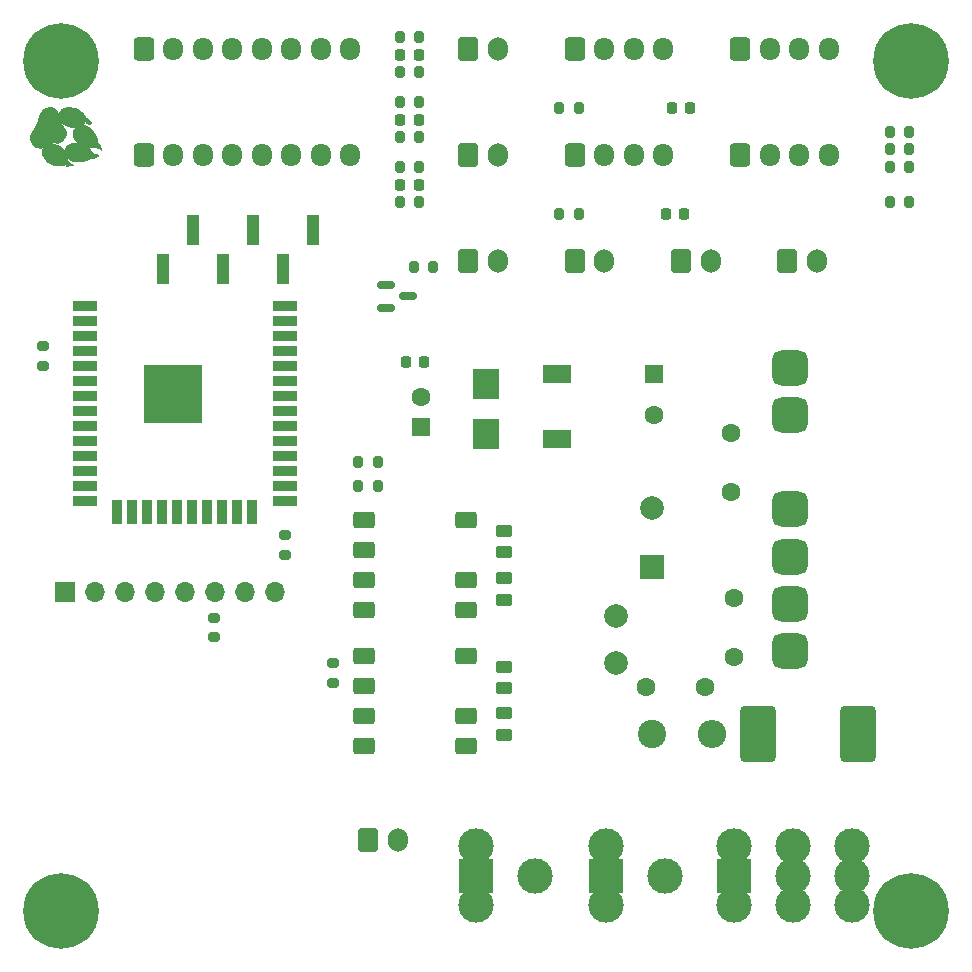
<source format=gbr>
%TF.GenerationSoftware,KiCad,Pcbnew,(6.0.9)*%
%TF.CreationDate,2023-06-24T22:02:27+12:00*%
%TF.ProjectId,lupa,6c757061-2e6b-4696-9361-645f70636258,rev?*%
%TF.SameCoordinates,Original*%
%TF.FileFunction,Soldermask,Top*%
%TF.FilePolarity,Negative*%
%FSLAX46Y46*%
G04 Gerber Fmt 4.6, Leading zero omitted, Abs format (unit mm)*
G04 Created by KiCad (PCBNEW (6.0.9)) date 2023-06-24 22:02:27*
%MOMM*%
%LPD*%
G01*
G04 APERTURE LIST*
G04 Aperture macros list*
%AMRoundRect*
0 Rectangle with rounded corners*
0 $1 Rounding radius*
0 $2 $3 $4 $5 $6 $7 $8 $9 X,Y pos of 4 corners*
0 Add a 4 corners polygon primitive as box body*
4,1,4,$2,$3,$4,$5,$6,$7,$8,$9,$2,$3,0*
0 Add four circle primitives for the rounded corners*
1,1,$1+$1,$2,$3*
1,1,$1+$1,$4,$5*
1,1,$1+$1,$6,$7*
1,1,$1+$1,$8,$9*
0 Add four rect primitives between the rounded corners*
20,1,$1+$1,$2,$3,$4,$5,0*
20,1,$1+$1,$4,$5,$6,$7,0*
20,1,$1+$1,$6,$7,$8,$9,0*
20,1,$1+$1,$8,$9,$2,$3,0*%
G04 Aperture macros list end*
%ADD10C,0.264583*%
%ADD11C,3.000000*%
%ADD12RoundRect,0.225000X-0.225000X-0.250000X0.225000X-0.250000X0.225000X0.250000X-0.225000X0.250000X0*%
%ADD13RoundRect,0.250000X-0.600000X-0.750000X0.600000X-0.750000X0.600000X0.750000X-0.600000X0.750000X0*%
%ADD14O,1.700000X2.000000*%
%ADD15R,1.000000X2.510000*%
%ADD16R,2.000000X0.900000*%
%ADD17R,0.900000X2.000000*%
%ADD18R,5.000000X5.000000*%
%ADD19RoundRect,0.200000X0.275000X-0.200000X0.275000X0.200000X-0.275000X0.200000X-0.275000X-0.200000X0*%
%ADD20O,1.700000X1.950000*%
%ADD21RoundRect,0.250000X-0.600000X-0.725000X0.600000X-0.725000X0.600000X0.725000X-0.600000X0.725000X0*%
%ADD22C,6.400000*%
%ADD23C,2.400000*%
%ADD24O,2.400000X2.400000*%
%ADD25RoundRect,0.200000X-0.200000X-0.275000X0.200000X-0.275000X0.200000X0.275000X-0.200000X0.275000X0*%
%ADD26RoundRect,0.225000X0.225000X0.250000X-0.225000X0.250000X-0.225000X-0.250000X0.225000X-0.250000X0*%
%ADD27RoundRect,0.250000X-0.450000X0.262500X-0.450000X-0.262500X0.450000X-0.262500X0.450000X0.262500X0*%
%ADD28RoundRect,0.249999X-0.675001X-0.450001X0.675001X-0.450001X0.675001X0.450001X-0.675001X0.450001X0*%
%ADD29R,2.300000X2.500000*%
%ADD30R,3.000000X3.000000*%
%ADD31RoundRect,0.200000X0.200000X0.275000X-0.200000X0.275000X-0.200000X-0.275000X0.200000X-0.275000X0*%
%ADD32RoundRect,0.375000X-1.125000X-2.000000X1.125000X-2.000000X1.125000X2.000000X-1.125000X2.000000X0*%
%ADD33RoundRect,0.750000X0.750000X-0.750000X0.750000X0.750000X-0.750000X0.750000X-0.750000X-0.750000X0*%
%ADD34RoundRect,0.200000X-0.275000X0.200000X-0.275000X-0.200000X0.275000X-0.200000X0.275000X0.200000X0*%
%ADD35R,1.600000X1.600000*%
%ADD36C,1.600000*%
%ADD37R,2.400000X1.500000*%
%ADD38RoundRect,0.150000X-0.587500X-0.150000X0.587500X-0.150000X0.587500X0.150000X-0.587500X0.150000X0*%
%ADD39R,2.000000X2.000000*%
%ADD40C,2.000000*%
%ADD41R,1.700000X1.700000*%
%ADD42O,1.700000X1.700000*%
G04 APERTURE END LIST*
%TO.C,LOGO2*%
G36*
X127405000Y-48133000D02*
G01*
X127640000Y-48218000D01*
X127842000Y-48326000D01*
X128014000Y-48453000D01*
X128156000Y-48600000D01*
X128272000Y-48771000D01*
X128363000Y-48966000D01*
X128426000Y-49194000D01*
X128435000Y-49398000D01*
X128392000Y-49566000D01*
X128298000Y-49688000D01*
X128152000Y-49747000D01*
X127932000Y-49774000D01*
X127676000Y-49770000D01*
X127425000Y-49736000D01*
X127216000Y-49671000D01*
X127065000Y-49585000D01*
X126910000Y-49466000D01*
X126763000Y-49325000D01*
X126637000Y-49176000D01*
X126544000Y-49031000D01*
X126494000Y-48868000D01*
X126485000Y-48688000D01*
X126521000Y-48534000D01*
X126580000Y-48437000D01*
X126662000Y-48337000D01*
X126822000Y-48204000D01*
X126998000Y-48126000D01*
X127192000Y-48103000D01*
X127405000Y-48133000D01*
G37*
D10*
X127405000Y-48133000D02*
X127640000Y-48218000D01*
X127842000Y-48326000D01*
X128014000Y-48453000D01*
X128156000Y-48600000D01*
X128272000Y-48771000D01*
X128363000Y-48966000D01*
X128426000Y-49194000D01*
X128435000Y-49398000D01*
X128392000Y-49566000D01*
X128298000Y-49688000D01*
X128152000Y-49747000D01*
X127932000Y-49774000D01*
X127676000Y-49770000D01*
X127425000Y-49736000D01*
X127216000Y-49671000D01*
X127065000Y-49585000D01*
X126910000Y-49466000D01*
X126763000Y-49325000D01*
X126637000Y-49176000D01*
X126544000Y-49031000D01*
X126494000Y-48868000D01*
X126485000Y-48688000D01*
X126521000Y-48534000D01*
X126580000Y-48437000D01*
X126662000Y-48337000D01*
X126822000Y-48204000D01*
X126998000Y-48126000D01*
X127192000Y-48103000D01*
X127405000Y-48133000D01*
G36*
X131290000Y-48042000D02*
G01*
X131402000Y-48239000D01*
X131492000Y-48460000D01*
X131516000Y-48593000D01*
X131447000Y-48619000D01*
X131216000Y-48505000D01*
X130988000Y-48369000D01*
X130940000Y-48278000D01*
X131035000Y-48160000D01*
X131128000Y-47986000D01*
X131171000Y-47905000D01*
X131290000Y-48042000D01*
G37*
G36*
X128977000Y-45056000D02*
G01*
X129178000Y-45109000D01*
X129350000Y-45186000D01*
X129521000Y-45307000D01*
X129690000Y-45464000D01*
X129839000Y-45634000D01*
X129948000Y-45797000D01*
X129998000Y-45929000D01*
X129977000Y-46083000D01*
X129881000Y-46231000D01*
X129719000Y-46364000D01*
X129499000Y-46471000D01*
X129280000Y-46535000D01*
X129066000Y-46558000D01*
X128851000Y-46540000D01*
X128630000Y-46481000D01*
X128396000Y-46380000D01*
X128183000Y-46261000D01*
X128066000Y-46145000D01*
X127966000Y-45978000D01*
X127914000Y-45794000D01*
X127909000Y-45601000D01*
X127953000Y-45406000D01*
X128014000Y-45279000D01*
X128118000Y-45178000D01*
X128235000Y-45104000D01*
X128354000Y-45055000D01*
X128548000Y-45027000D01*
X128761000Y-45027000D01*
X128977000Y-45056000D01*
G37*
X128977000Y-45056000D02*
X129178000Y-45109000D01*
X129350000Y-45186000D01*
X129521000Y-45307000D01*
X129690000Y-45464000D01*
X129839000Y-45634000D01*
X129948000Y-45797000D01*
X129998000Y-45929000D01*
X129977000Y-46083000D01*
X129881000Y-46231000D01*
X129719000Y-46364000D01*
X129499000Y-46471000D01*
X129280000Y-46535000D01*
X129066000Y-46558000D01*
X128851000Y-46540000D01*
X128630000Y-46481000D01*
X128396000Y-46380000D01*
X128183000Y-46261000D01*
X128066000Y-46145000D01*
X127966000Y-45978000D01*
X127914000Y-45794000D01*
X127909000Y-45601000D01*
X127953000Y-45406000D01*
X128014000Y-45279000D01*
X128118000Y-45178000D01*
X128235000Y-45104000D01*
X128354000Y-45055000D01*
X128548000Y-45027000D01*
X128761000Y-45027000D01*
X128977000Y-45056000D01*
G36*
X130843000Y-48864000D02*
G01*
X131045000Y-48939000D01*
X131268000Y-49035000D01*
X131292000Y-49087000D01*
X131175000Y-49160000D01*
X130951000Y-49238000D01*
X130724000Y-49285000D01*
X130542000Y-49285000D01*
X130574000Y-49202000D01*
X130649000Y-49001000D01*
X130731000Y-48831000D01*
X130843000Y-48864000D01*
G37*
G36*
X129338000Y-48052000D02*
G01*
X129562000Y-48113000D01*
X129793000Y-48206000D01*
X130024000Y-48328000D01*
X130260000Y-48488000D01*
X130421000Y-48643000D01*
X130507000Y-48794000D01*
X130520000Y-48942000D01*
X130457000Y-49110000D01*
X130326000Y-49237000D01*
X130119000Y-49329000D01*
X129828000Y-49390000D01*
X129518000Y-49425000D01*
X129262000Y-49431000D01*
X129052000Y-49407000D01*
X128878000Y-49350000D01*
X128733000Y-49259000D01*
X128605000Y-49132000D01*
X128487000Y-48952000D01*
X128424000Y-48766000D01*
X128414000Y-48581000D01*
X128459000Y-48405000D01*
X128558000Y-48244000D01*
X128726000Y-48103000D01*
X128945000Y-48033000D01*
X129129000Y-48025000D01*
X129338000Y-48052000D01*
G37*
X129338000Y-48052000D02*
X129562000Y-48113000D01*
X129793000Y-48206000D01*
X130024000Y-48328000D01*
X130260000Y-48488000D01*
X130421000Y-48643000D01*
X130507000Y-48794000D01*
X130520000Y-48942000D01*
X130457000Y-49110000D01*
X130326000Y-49237000D01*
X130119000Y-49329000D01*
X129828000Y-49390000D01*
X129518000Y-49425000D01*
X129262000Y-49431000D01*
X129052000Y-49407000D01*
X128878000Y-49350000D01*
X128733000Y-49259000D01*
X128605000Y-49132000D01*
X128487000Y-48952000D01*
X128424000Y-48766000D01*
X128414000Y-48581000D01*
X128459000Y-48405000D01*
X128558000Y-48244000D01*
X128726000Y-48103000D01*
X128945000Y-48033000D01*
X129129000Y-48025000D01*
X129338000Y-48052000D01*
G36*
X129952000Y-46563000D02*
G01*
X130145000Y-46624000D01*
X130281000Y-46697000D01*
X130398000Y-46793000D01*
X130525000Y-46941000D01*
X130689000Y-47167000D01*
X130858000Y-47428000D01*
X130958000Y-47630000D01*
X130996000Y-47797000D01*
X130982000Y-47951000D01*
X130912000Y-48100000D01*
X130788000Y-48194000D01*
X130611000Y-48232000D01*
X130382000Y-48215000D01*
X130101000Y-48142000D01*
X129887000Y-48060000D01*
X129689000Y-47962000D01*
X129511000Y-47851000D01*
X129359000Y-47730000D01*
X129235000Y-47602000D01*
X129146000Y-47471000D01*
X129089000Y-47293000D01*
X129087000Y-47097000D01*
X129137000Y-46910000D01*
X129235000Y-46761000D01*
X129385000Y-46648000D01*
X129561000Y-46576000D01*
X129753000Y-46547000D01*
X129952000Y-46563000D01*
G37*
X129952000Y-46563000D02*
X130145000Y-46624000D01*
X130281000Y-46697000D01*
X130398000Y-46793000D01*
X130525000Y-46941000D01*
X130689000Y-47167000D01*
X130858000Y-47428000D01*
X130958000Y-47630000D01*
X130996000Y-47797000D01*
X130982000Y-47951000D01*
X130912000Y-48100000D01*
X130788000Y-48194000D01*
X130611000Y-48232000D01*
X130382000Y-48215000D01*
X130101000Y-48142000D01*
X129887000Y-48060000D01*
X129689000Y-47962000D01*
X129511000Y-47851000D01*
X129359000Y-47730000D01*
X129235000Y-47602000D01*
X129146000Y-47471000D01*
X129089000Y-47293000D01*
X129087000Y-47097000D01*
X129137000Y-46910000D01*
X129235000Y-46761000D01*
X129385000Y-46648000D01*
X129561000Y-46576000D01*
X129753000Y-46547000D01*
X129952000Y-46563000D01*
G36*
X130365000Y-45941000D02*
G01*
X130503000Y-46126000D01*
X130593000Y-46303000D01*
X130585000Y-46448000D01*
X130439000Y-46425000D01*
X130223000Y-46361000D01*
X130090000Y-46302000D01*
X130113000Y-46159000D01*
X130168000Y-45946000D01*
X130244000Y-45832000D01*
X130365000Y-45941000D01*
G37*
G36*
X127129000Y-45033000D02*
G01*
X127291000Y-45090000D01*
X127454000Y-45187000D01*
X127583000Y-45318000D01*
X127679000Y-45486000D01*
X127744000Y-45694000D01*
X127779000Y-45944000D01*
X127814000Y-46169000D01*
X127890000Y-46339000D01*
X128027000Y-46496000D01*
X128211000Y-46694000D01*
X128299000Y-46867000D01*
X128323000Y-47078000D01*
X128307000Y-47236000D01*
X128243000Y-47408000D01*
X128151000Y-47575000D01*
X128021000Y-47701000D01*
X127867000Y-47802000D01*
X127705000Y-47846000D01*
X127502000Y-47844000D01*
X127287000Y-47832000D01*
X127127000Y-47852000D01*
X126980000Y-47917000D01*
X126806000Y-48037000D01*
X126612000Y-48162000D01*
X126422000Y-48241000D01*
X126235000Y-48275000D01*
X126052000Y-48264000D01*
X125873000Y-48207000D01*
X125724000Y-48124000D01*
X125617000Y-48008000D01*
X125530000Y-47851000D01*
X125482000Y-47672000D01*
X125477000Y-47484000D01*
X125502000Y-47333000D01*
X125553000Y-47184000D01*
X125638000Y-47019000D01*
X125765000Y-46821000D01*
X125886000Y-46637000D01*
X125977000Y-46477000D01*
X126048000Y-46320000D01*
X126110000Y-46145000D01*
X126172000Y-45931000D01*
X126254000Y-45651000D01*
X126328000Y-45476000D01*
X126420000Y-45346000D01*
X126596000Y-45173000D01*
X126775000Y-45070000D01*
X126972000Y-45028000D01*
X127129000Y-45033000D01*
G37*
X127129000Y-45033000D02*
X127291000Y-45090000D01*
X127454000Y-45187000D01*
X127583000Y-45318000D01*
X127679000Y-45486000D01*
X127744000Y-45694000D01*
X127779000Y-45944000D01*
X127814000Y-46169000D01*
X127890000Y-46339000D01*
X128027000Y-46496000D01*
X128211000Y-46694000D01*
X128299000Y-46867000D01*
X128323000Y-47078000D01*
X128307000Y-47236000D01*
X128243000Y-47408000D01*
X128151000Y-47575000D01*
X128021000Y-47701000D01*
X127867000Y-47802000D01*
X127705000Y-47846000D01*
X127502000Y-47844000D01*
X127287000Y-47832000D01*
X127127000Y-47852000D01*
X126980000Y-47917000D01*
X126806000Y-48037000D01*
X126612000Y-48162000D01*
X126422000Y-48241000D01*
X126235000Y-48275000D01*
X126052000Y-48264000D01*
X125873000Y-48207000D01*
X125724000Y-48124000D01*
X125617000Y-48008000D01*
X125530000Y-47851000D01*
X125482000Y-47672000D01*
X125477000Y-47484000D01*
X125502000Y-47333000D01*
X125553000Y-47184000D01*
X125638000Y-47019000D01*
X125765000Y-46821000D01*
X125886000Y-46637000D01*
X125977000Y-46477000D01*
X126048000Y-46320000D01*
X126110000Y-46145000D01*
X126172000Y-45931000D01*
X126254000Y-45651000D01*
X126328000Y-45476000D01*
X126420000Y-45346000D01*
X126596000Y-45173000D01*
X126775000Y-45070000D01*
X126972000Y-45028000D01*
X127129000Y-45033000D01*
G36*
X128768000Y-49591000D02*
G01*
X128961000Y-49718000D01*
X129068000Y-49810000D01*
X128997000Y-49882000D01*
X128792000Y-49941000D01*
X128551000Y-49969000D01*
X128371000Y-49947000D01*
X128409000Y-49811000D01*
X128528000Y-49636000D01*
X128630000Y-49523000D01*
X128768000Y-49591000D01*
G37*
%TD*%
D11*
%TO.C,J23*%
X195000000Y-107500000D03*
X195000000Y-112500000D03*
%TD*%
%TO.C,J22*%
X190000000Y-107500000D03*
X190000000Y-112500000D03*
%TD*%
%TO.C,J21*%
X185000000Y-107500000D03*
X185000000Y-112500000D03*
%TD*%
%TO.C,J20*%
X174142500Y-107500000D03*
X174142500Y-112500000D03*
%TD*%
%TO.C,J15*%
X163142500Y-107500000D03*
X163142500Y-112500000D03*
%TD*%
D12*
%TO.C,C9*%
X157225000Y-66500000D03*
X158775000Y-66500000D03*
%TD*%
D13*
%TO.C,J14*%
X154000000Y-107000000D03*
D14*
X156500000Y-107000000D03*
%TD*%
D15*
%TO.C,J13*%
X136650000Y-58655000D03*
X139190000Y-55345000D03*
X141730000Y-58655000D03*
X144270000Y-55345000D03*
X146810000Y-58655000D03*
X149350000Y-55345000D03*
%TD*%
D16*
%TO.C,U1*%
X130000000Y-61745000D03*
X130000000Y-63015000D03*
X130000000Y-64285000D03*
X130000000Y-65555000D03*
X130000000Y-66825000D03*
X130000000Y-68095000D03*
X130000000Y-69365000D03*
X130000000Y-70635000D03*
X130000000Y-71905000D03*
X130000000Y-73175000D03*
X130000000Y-74445000D03*
X130000000Y-75715000D03*
X130000000Y-76985000D03*
X130000000Y-78255000D03*
D17*
X132785000Y-79255000D03*
X134055000Y-79255000D03*
X135325000Y-79255000D03*
X136595000Y-79255000D03*
X137865000Y-79255000D03*
X139135000Y-79255000D03*
X140405000Y-79255000D03*
X141675000Y-79255000D03*
X142945000Y-79255000D03*
X144215000Y-79255000D03*
D16*
X147000000Y-78255000D03*
X147000000Y-76985000D03*
X147000000Y-75715000D03*
X147000000Y-74445000D03*
X147000000Y-73175000D03*
X147000000Y-71905000D03*
X147000000Y-70635000D03*
X147000000Y-69365000D03*
X147000000Y-68095000D03*
X147000000Y-66825000D03*
X147000000Y-65555000D03*
X147000000Y-64285000D03*
X147000000Y-63015000D03*
X147000000Y-61745000D03*
D18*
X137500000Y-69245000D03*
%TD*%
D19*
%TO.C,FB1*%
X141000000Y-89825000D03*
X141000000Y-88175000D03*
%TD*%
D20*
%TO.C,J8*%
X152500000Y-49000000D03*
X150000000Y-49000000D03*
X147500000Y-49000000D03*
X145000000Y-49000000D03*
X142500000Y-49000000D03*
X140000000Y-49000000D03*
X137500000Y-49000000D03*
D21*
X135000000Y-49000000D03*
%TD*%
D19*
%TO.C,R18*%
X147000000Y-82825000D03*
X147000000Y-81175000D03*
%TD*%
D20*
%TO.C,J5*%
X179000000Y-49000000D03*
X176500000Y-49000000D03*
X174000000Y-49000000D03*
D21*
X171500000Y-49000000D03*
%TD*%
D20*
%TO.C,J4*%
X179000000Y-40000000D03*
X176500000Y-40000000D03*
X174000000Y-40000000D03*
D21*
X171500000Y-40000000D03*
%TD*%
D22*
%TO.C,DRL3*%
X200000000Y-41000000D03*
%TD*%
%TO.C,DRL2*%
X128000000Y-41000000D03*
%TD*%
%TO.C,DRL1*%
X128000000Y-113000000D03*
%TD*%
%TO.C,DRL4*%
X200000000Y-113000000D03*
%TD*%
D13*
%TO.C,J3*%
X162500000Y-49000000D03*
D14*
X165000000Y-49000000D03*
%TD*%
D23*
%TO.C,R16*%
X178000000Y-98000000D03*
D24*
X183080000Y-98000000D03*
%TD*%
D25*
%TO.C,R8*%
X170175000Y-54000000D03*
X171825000Y-54000000D03*
%TD*%
D26*
%TO.C,C3*%
X158275000Y-40500000D03*
X156725000Y-40500000D03*
%TD*%
D20*
%TO.C,J9*%
X152500000Y-40000000D03*
X150000000Y-40000000D03*
X147500000Y-40000000D03*
X145000000Y-40000000D03*
X142500000Y-40000000D03*
X140000000Y-40000000D03*
X137500000Y-40000000D03*
D21*
X135000000Y-40000000D03*
%TD*%
D27*
%TO.C,R22*%
X165500000Y-92317500D03*
X165500000Y-94142500D03*
%TD*%
D13*
%TO.C,J1*%
X162500000Y-40000000D03*
D14*
X165000000Y-40000000D03*
%TD*%
%TO.C,J10*%
X183000000Y-58000000D03*
D13*
X180500000Y-58000000D03*
%TD*%
D14*
%TO.C,J19*%
X165000000Y-58000000D03*
D13*
X162500000Y-58000000D03*
%TD*%
D28*
%TO.C,U4*%
X153700000Y-91420000D03*
X153700000Y-93960000D03*
X153700000Y-96500000D03*
X153700000Y-99040000D03*
X162300000Y-99040000D03*
X162300000Y-96500000D03*
X162300000Y-91420000D03*
%TD*%
D27*
%TO.C,C7*%
X165500000Y-84817500D03*
X165500000Y-86642500D03*
%TD*%
D13*
%TO.C,J12*%
X189500000Y-58000000D03*
D14*
X192000000Y-58000000D03*
%TD*%
D29*
%TO.C,D1*%
X164000000Y-72650000D03*
X164000000Y-68350000D03*
%TD*%
D30*
%TO.C,J17*%
X163142500Y-110000000D03*
D11*
X168142500Y-110000000D03*
%TD*%
D31*
%TO.C,R7*%
X199825000Y-47000000D03*
X198175000Y-47000000D03*
%TD*%
D19*
%TO.C,R15*%
X151000000Y-93650000D03*
X151000000Y-92000000D03*
%TD*%
D20*
%TO.C,J6*%
X193000000Y-40000000D03*
X190500000Y-40000000D03*
X188000000Y-40000000D03*
D21*
X185500000Y-40000000D03*
%TD*%
D12*
%TO.C,C2*%
X179225000Y-54000000D03*
X180775000Y-54000000D03*
%TD*%
D25*
%TO.C,R11*%
X170175000Y-45000000D03*
X171825000Y-45000000D03*
%TD*%
D32*
%TO.C,F1*%
X187000000Y-98000000D03*
X195500000Y-98000000D03*
%TD*%
D33*
%TO.C,U2*%
X189750000Y-67000000D03*
X189750000Y-71000000D03*
X189750000Y-79000000D03*
X189750000Y-83000000D03*
X189750000Y-87000000D03*
X189750000Y-91000000D03*
%TD*%
D34*
%TO.C,R17*%
X126500000Y-65175000D03*
X126500000Y-66825000D03*
%TD*%
D25*
%TO.C,R4*%
X158325000Y-44500000D03*
X156675000Y-44500000D03*
%TD*%
D27*
%TO.C,R23*%
X165500000Y-80817500D03*
X165500000Y-82642500D03*
%TD*%
D25*
%TO.C,R1*%
X199825000Y-53000000D03*
X198175000Y-53000000D03*
%TD*%
D35*
%TO.C,C13*%
X158500000Y-72000000D03*
D36*
X158500000Y-69500000D03*
%TD*%
D27*
%TO.C,C6*%
X165500000Y-96230000D03*
X165500000Y-98055000D03*
%TD*%
D25*
%TO.C,R2*%
X156675000Y-39000000D03*
X158325000Y-39000000D03*
%TD*%
D37*
%TO.C,L2*%
X170000000Y-73000000D03*
X170000000Y-67500000D03*
%TD*%
D38*
%TO.C,Q1*%
X157375000Y-60950000D03*
X155500000Y-61900000D03*
X155500000Y-60000000D03*
%TD*%
D28*
%TO.C,U3*%
X153700000Y-79920000D03*
X153700000Y-82460000D03*
X153700000Y-85000000D03*
X153700000Y-87540000D03*
X162300000Y-87540000D03*
X162300000Y-85000000D03*
X162300000Y-79920000D03*
%TD*%
D39*
%TO.C,C14*%
X178000000Y-83867677D03*
D40*
X178000000Y-78867677D03*
%TD*%
%TO.C,L1*%
X175000000Y-88000000D03*
X175000000Y-92000000D03*
%TD*%
D26*
%TO.C,C5*%
X158275000Y-46000000D03*
X156725000Y-46000000D03*
%TD*%
D25*
%TO.C,R9*%
X156675000Y-47500000D03*
X158325000Y-47500000D03*
%TD*%
D31*
%TO.C,R26*%
X157850000Y-58500000D03*
X159500000Y-58500000D03*
%TD*%
%TO.C,R5*%
X199825000Y-50000000D03*
X198175000Y-50000000D03*
%TD*%
%TO.C,R13*%
X154825000Y-75000000D03*
X153175000Y-75000000D03*
%TD*%
%TO.C,R6*%
X198175000Y-48500000D03*
X199825000Y-48500000D03*
%TD*%
D36*
%TO.C,C12*%
X185000000Y-91500000D03*
X185000000Y-86500000D03*
%TD*%
%TO.C,C8*%
X178250000Y-71000000D03*
D35*
X178250000Y-67500000D03*
%TD*%
D12*
%TO.C,C1*%
X179725000Y-45000000D03*
X181275000Y-45000000D03*
%TD*%
D25*
%TO.C,R10*%
X158325000Y-53000000D03*
X156675000Y-53000000D03*
%TD*%
D36*
%TO.C,C10*%
X184750000Y-72500000D03*
X184750000Y-77500000D03*
%TD*%
D25*
%TO.C,R3*%
X158325000Y-50000000D03*
X156675000Y-50000000D03*
%TD*%
D14*
%TO.C,J2*%
X174000000Y-58000000D03*
D13*
X171500000Y-58000000D03*
%TD*%
D26*
%TO.C,C4*%
X156725000Y-51500000D03*
X158275000Y-51500000D03*
%TD*%
D36*
%TO.C,RV1*%
X177500000Y-94000000D03*
X182500000Y-94000000D03*
%TD*%
D30*
%TO.C,J16*%
X185000000Y-110000000D03*
D11*
X190000000Y-110000000D03*
X195000000Y-110000000D03*
%TD*%
D30*
%TO.C,J18*%
X174142500Y-110000000D03*
D11*
X179142500Y-110000000D03*
%TD*%
D25*
%TO.C,R12*%
X156675000Y-42000000D03*
X158325000Y-42000000D03*
%TD*%
D41*
%TO.C,J11*%
X128380000Y-86000000D03*
D42*
X130920000Y-86000000D03*
X133460000Y-86000000D03*
X136000000Y-86000000D03*
X138540000Y-86000000D03*
X141080000Y-86000000D03*
X143620000Y-86000000D03*
X146160000Y-86000000D03*
%TD*%
D20*
%TO.C,J7*%
X193000000Y-49000000D03*
X190500000Y-49000000D03*
X188000000Y-49000000D03*
D21*
X185500000Y-49000000D03*
%TD*%
D31*
%TO.C,R14*%
X154825000Y-77000000D03*
X153175000Y-77000000D03*
%TD*%
M02*

</source>
